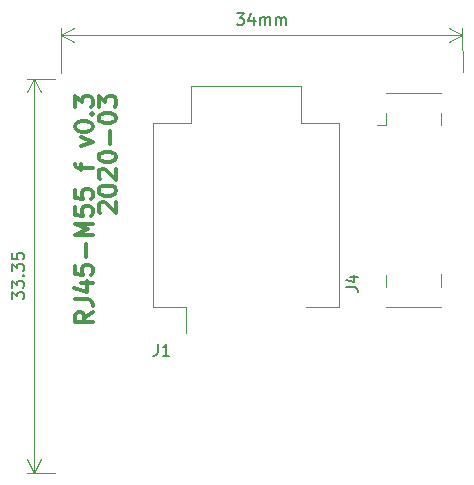
<source format=gbr>
G04 #@! TF.GenerationSoftware,KiCad,Pcbnew,5.1.5*
G04 #@! TF.CreationDate,2020-03-22T18:40:06-04:00*
G04 #@! TF.ProjectId,M55-RJ45,4d35352d-524a-4343-952e-6b696361645f,rev?*
G04 #@! TF.SameCoordinates,Original*
G04 #@! TF.FileFunction,Legend,Top*
G04 #@! TF.FilePolarity,Positive*
%FSLAX46Y46*%
G04 Gerber Fmt 4.6, Leading zero omitted, Abs format (unit mm)*
G04 Created by KiCad (PCBNEW 5.1.5) date 2020-03-22 18:40:06*
%MOMM*%
%LPD*%
G04 APERTURE LIST*
%ADD10C,0.150000*%
%ADD11C,0.120000*%
%ADD12C,0.300000*%
G04 APERTURE END LIST*
D10*
X35862380Y-136685000D02*
X35862380Y-136065952D01*
X36243333Y-136399285D01*
X36243333Y-136256428D01*
X36290952Y-136161190D01*
X36338571Y-136113571D01*
X36433809Y-136065952D01*
X36671904Y-136065952D01*
X36767142Y-136113571D01*
X36814761Y-136161190D01*
X36862380Y-136256428D01*
X36862380Y-136542142D01*
X36814761Y-136637380D01*
X36767142Y-136685000D01*
X35862380Y-135732619D02*
X35862380Y-135113571D01*
X36243333Y-135446904D01*
X36243333Y-135304047D01*
X36290952Y-135208809D01*
X36338571Y-135161190D01*
X36433809Y-135113571D01*
X36671904Y-135113571D01*
X36767142Y-135161190D01*
X36814761Y-135208809D01*
X36862380Y-135304047D01*
X36862380Y-135589761D01*
X36814761Y-135685000D01*
X36767142Y-135732619D01*
X36767142Y-134685000D02*
X36814761Y-134637380D01*
X36862380Y-134685000D01*
X36814761Y-134732619D01*
X36767142Y-134685000D01*
X36862380Y-134685000D01*
X35862380Y-134304047D02*
X35862380Y-133685000D01*
X36243333Y-134018333D01*
X36243333Y-133875476D01*
X36290952Y-133780238D01*
X36338571Y-133732619D01*
X36433809Y-133685000D01*
X36671904Y-133685000D01*
X36767142Y-133732619D01*
X36814761Y-133780238D01*
X36862380Y-133875476D01*
X36862380Y-134161190D01*
X36814761Y-134256428D01*
X36767142Y-134304047D01*
X35862380Y-132780238D02*
X35862380Y-133256428D01*
X36338571Y-133304047D01*
X36290952Y-133256428D01*
X36243333Y-133161190D01*
X36243333Y-132923095D01*
X36290952Y-132827857D01*
X36338571Y-132780238D01*
X36433809Y-132732619D01*
X36671904Y-132732619D01*
X36767142Y-132780238D01*
X36814761Y-132827857D01*
X36862380Y-132923095D01*
X36862380Y-133161190D01*
X36814761Y-133256428D01*
X36767142Y-133304047D01*
D11*
X37681461Y-151365663D02*
X37691621Y-117997683D01*
X39512240Y-151366220D02*
X37095040Y-151365484D01*
X39522400Y-117998240D02*
X37105200Y-117997504D01*
X37691621Y-117997683D02*
X38277699Y-119124365D01*
X37691621Y-117997683D02*
X37104857Y-119124008D01*
X37681461Y-151365663D02*
X38268225Y-150239338D01*
X37681461Y-151365663D02*
X37095383Y-150238981D01*
D10*
X54856190Y-112456121D02*
X55475237Y-112455041D01*
X55142569Y-112836574D01*
X55285426Y-112836325D01*
X55380747Y-112883778D01*
X55428449Y-112931314D01*
X55476234Y-113026469D01*
X55476649Y-113264563D01*
X55429197Y-113359884D01*
X55381661Y-113407587D01*
X55286506Y-113455372D01*
X55000792Y-113455870D01*
X54905471Y-113408418D01*
X54857769Y-113360882D01*
X56332960Y-112786878D02*
X56334123Y-113453543D01*
X56094200Y-112406341D02*
X55857352Y-113121042D01*
X56476399Y-113119961D01*
X56857932Y-113452629D02*
X56856769Y-112785963D01*
X56856935Y-112881201D02*
X56904471Y-112833499D01*
X56999626Y-112785714D01*
X57142482Y-112785465D01*
X57237803Y-112832918D01*
X57285589Y-112928072D01*
X57286503Y-113451881D01*
X57285589Y-112928072D02*
X57333041Y-112832751D01*
X57428196Y-112784966D01*
X57571053Y-112784717D01*
X57666374Y-112832170D01*
X57714159Y-112927324D01*
X57715074Y-113451133D01*
X58191263Y-113450302D02*
X58190100Y-112783636D01*
X58190266Y-112878874D02*
X58237802Y-112831172D01*
X58332957Y-112783387D01*
X58475814Y-112783138D01*
X58571135Y-112830590D01*
X58618920Y-112925745D01*
X58619834Y-113449554D01*
X58618920Y-112925745D02*
X58666373Y-112830424D01*
X58761528Y-112782639D01*
X58904385Y-112782390D01*
X58999706Y-112829842D01*
X59047491Y-112924997D01*
X59048405Y-113448806D01*
D11*
X39988024Y-114323211D02*
X73985924Y-114277491D01*
X39992300Y-117502940D02*
X39987235Y-113736791D01*
X73990200Y-117457220D02*
X73985135Y-113691071D01*
X73985924Y-114277491D02*
X72860210Y-114865426D01*
X73985924Y-114277491D02*
X72858633Y-113692586D01*
X39988024Y-114323211D02*
X41115315Y-114908116D01*
X39988024Y-114323211D02*
X41113738Y-113735276D01*
D12*
X43321428Y-129337857D02*
X43250000Y-129266428D01*
X43178571Y-129123571D01*
X43178571Y-128766428D01*
X43250000Y-128623571D01*
X43321428Y-128552142D01*
X43464285Y-128480714D01*
X43607142Y-128480714D01*
X43821428Y-128552142D01*
X44678571Y-129409285D01*
X44678571Y-128480714D01*
X43178571Y-127552142D02*
X43178571Y-127409285D01*
X43250000Y-127266428D01*
X43321428Y-127195000D01*
X43464285Y-127123571D01*
X43750000Y-127052142D01*
X44107142Y-127052142D01*
X44392857Y-127123571D01*
X44535714Y-127195000D01*
X44607142Y-127266428D01*
X44678571Y-127409285D01*
X44678571Y-127552142D01*
X44607142Y-127695000D01*
X44535714Y-127766428D01*
X44392857Y-127837857D01*
X44107142Y-127909285D01*
X43750000Y-127909285D01*
X43464285Y-127837857D01*
X43321428Y-127766428D01*
X43250000Y-127695000D01*
X43178571Y-127552142D01*
X43321428Y-126480714D02*
X43250000Y-126409285D01*
X43178571Y-126266428D01*
X43178571Y-125909285D01*
X43250000Y-125766428D01*
X43321428Y-125695000D01*
X43464285Y-125623571D01*
X43607142Y-125623571D01*
X43821428Y-125695000D01*
X44678571Y-126552142D01*
X44678571Y-125623571D01*
X43178571Y-124695000D02*
X43178571Y-124552142D01*
X43250000Y-124409285D01*
X43321428Y-124337857D01*
X43464285Y-124266428D01*
X43750000Y-124195000D01*
X44107142Y-124195000D01*
X44392857Y-124266428D01*
X44535714Y-124337857D01*
X44607142Y-124409285D01*
X44678571Y-124552142D01*
X44678571Y-124695000D01*
X44607142Y-124837857D01*
X44535714Y-124909285D01*
X44392857Y-124980714D01*
X44107142Y-125052142D01*
X43750000Y-125052142D01*
X43464285Y-124980714D01*
X43321428Y-124909285D01*
X43250000Y-124837857D01*
X43178571Y-124695000D01*
X44107142Y-123552142D02*
X44107142Y-122409285D01*
X43178571Y-121409285D02*
X43178571Y-121266428D01*
X43250000Y-121123571D01*
X43321428Y-121052142D01*
X43464285Y-120980714D01*
X43750000Y-120909285D01*
X44107142Y-120909285D01*
X44392857Y-120980714D01*
X44535714Y-121052142D01*
X44607142Y-121123571D01*
X44678571Y-121266428D01*
X44678571Y-121409285D01*
X44607142Y-121552142D01*
X44535714Y-121623571D01*
X44392857Y-121695000D01*
X44107142Y-121766428D01*
X43750000Y-121766428D01*
X43464285Y-121695000D01*
X43321428Y-121623571D01*
X43250000Y-121552142D01*
X43178571Y-121409285D01*
X43178571Y-120409285D02*
X43178571Y-119480714D01*
X43750000Y-119980714D01*
X43750000Y-119766428D01*
X43821428Y-119623571D01*
X43892857Y-119552142D01*
X44035714Y-119480714D01*
X44392857Y-119480714D01*
X44535714Y-119552142D01*
X44607142Y-119623571D01*
X44678571Y-119766428D01*
X44678571Y-120195000D01*
X44607142Y-120337857D01*
X44535714Y-120409285D01*
X42678571Y-137766428D02*
X41964285Y-138266428D01*
X42678571Y-138623571D02*
X41178571Y-138623571D01*
X41178571Y-138052142D01*
X41250000Y-137909285D01*
X41321428Y-137837857D01*
X41464285Y-137766428D01*
X41678571Y-137766428D01*
X41821428Y-137837857D01*
X41892857Y-137909285D01*
X41964285Y-138052142D01*
X41964285Y-138623571D01*
X41178571Y-136695000D02*
X42250000Y-136695000D01*
X42464285Y-136766428D01*
X42607142Y-136909285D01*
X42678571Y-137123571D01*
X42678571Y-137266428D01*
X41678571Y-135337857D02*
X42678571Y-135337857D01*
X41107142Y-135695000D02*
X42178571Y-136052142D01*
X42178571Y-135123571D01*
X41178571Y-133837857D02*
X41178571Y-134552142D01*
X41892857Y-134623571D01*
X41821428Y-134552142D01*
X41750000Y-134409285D01*
X41750000Y-134052142D01*
X41821428Y-133909285D01*
X41892857Y-133837857D01*
X42035714Y-133766428D01*
X42392857Y-133766428D01*
X42535714Y-133837857D01*
X42607142Y-133909285D01*
X42678571Y-134052142D01*
X42678571Y-134409285D01*
X42607142Y-134552142D01*
X42535714Y-134623571D01*
X42107142Y-133123571D02*
X42107142Y-131980714D01*
X42678571Y-131266428D02*
X41178571Y-131266428D01*
X42250000Y-130766428D01*
X41178571Y-130266428D01*
X42678571Y-130266428D01*
X41178571Y-128837857D02*
X41178571Y-129552142D01*
X41892857Y-129623571D01*
X41821428Y-129552142D01*
X41750000Y-129409285D01*
X41750000Y-129052142D01*
X41821428Y-128909285D01*
X41892857Y-128837857D01*
X42035714Y-128766428D01*
X42392857Y-128766428D01*
X42535714Y-128837857D01*
X42607142Y-128909285D01*
X42678571Y-129052142D01*
X42678571Y-129409285D01*
X42607142Y-129552142D01*
X42535714Y-129623571D01*
X41178571Y-127409285D02*
X41178571Y-128123571D01*
X41892857Y-128195000D01*
X41821428Y-128123571D01*
X41750000Y-127980714D01*
X41750000Y-127623571D01*
X41821428Y-127480714D01*
X41892857Y-127409285D01*
X42035714Y-127337857D01*
X42392857Y-127337857D01*
X42535714Y-127409285D01*
X42607142Y-127480714D01*
X42678571Y-127623571D01*
X42678571Y-127980714D01*
X42607142Y-128123571D01*
X42535714Y-128195000D01*
X41678571Y-125766428D02*
X41678571Y-125195000D01*
X42678571Y-125552142D02*
X41392857Y-125552142D01*
X41250000Y-125480714D01*
X41178571Y-125337857D01*
X41178571Y-125195000D01*
X41678571Y-123695000D02*
X42678571Y-123337857D01*
X41678571Y-122980714D01*
X41178571Y-122123571D02*
X41178571Y-121980714D01*
X41250000Y-121837857D01*
X41321428Y-121766428D01*
X41464285Y-121695000D01*
X41750000Y-121623571D01*
X42107142Y-121623571D01*
X42392857Y-121695000D01*
X42535714Y-121766428D01*
X42607142Y-121837857D01*
X42678571Y-121980714D01*
X42678571Y-122123571D01*
X42607142Y-122266428D01*
X42535714Y-122337857D01*
X42392857Y-122409285D01*
X42107142Y-122480714D01*
X41750000Y-122480714D01*
X41464285Y-122409285D01*
X41321428Y-122337857D01*
X41250000Y-122266428D01*
X41178571Y-122123571D01*
X42535714Y-120980714D02*
X42607142Y-120909285D01*
X42678571Y-120980714D01*
X42607142Y-121052142D01*
X42535714Y-120980714D01*
X42678571Y-120980714D01*
X41178571Y-120409285D02*
X41178571Y-119480714D01*
X41750000Y-119980714D01*
X41750000Y-119766428D01*
X41821428Y-119623571D01*
X41892857Y-119552142D01*
X42035714Y-119480714D01*
X42392857Y-119480714D01*
X42535714Y-119552142D01*
X42607142Y-119623571D01*
X42678571Y-119766428D01*
X42678571Y-120195000D01*
X42607142Y-120337857D01*
X42535714Y-120409285D01*
D11*
X50612820Y-137300620D02*
X50612820Y-139560620D01*
X47817820Y-137300620D02*
X50612820Y-137300620D01*
X47817820Y-137300620D02*
X47817820Y-121740620D01*
X47817820Y-121740620D02*
X51037820Y-121740620D01*
X51037820Y-121740620D02*
X51037820Y-118640620D01*
X51037820Y-118640620D02*
X60317820Y-118640620D01*
X60317820Y-118640620D02*
X60317820Y-121740620D01*
X60317820Y-121740620D02*
X63537820Y-121740620D01*
X63537820Y-121740620D02*
X63537820Y-137300620D01*
X63537820Y-137300620D02*
X60757820Y-137300620D01*
X67530000Y-135660000D02*
X67530000Y-134605000D01*
X67530000Y-137300000D02*
X72170000Y-137300000D01*
X67530000Y-121935000D02*
X66710000Y-121935000D01*
X72170000Y-135636000D02*
X72170000Y-134581000D01*
X72170000Y-119240000D02*
X67530000Y-119240000D01*
X67530000Y-120904000D02*
X67530000Y-121959000D01*
X72170000Y-120880000D02*
X72170000Y-121935000D01*
D10*
X48166666Y-140452380D02*
X48166666Y-141166666D01*
X48119047Y-141309523D01*
X48023809Y-141404761D01*
X47880952Y-141452380D01*
X47785714Y-141452380D01*
X49166666Y-141452380D02*
X48595238Y-141452380D01*
X48880952Y-141452380D02*
X48880952Y-140452380D01*
X48785714Y-140595238D01*
X48690476Y-140690476D01*
X48595238Y-140738095D01*
X64130940Y-135677233D02*
X64845226Y-135677233D01*
X64988083Y-135724852D01*
X65083321Y-135820090D01*
X65130940Y-135962947D01*
X65130940Y-136058185D01*
X64464274Y-134772471D02*
X65130940Y-134772471D01*
X64083321Y-135010566D02*
X64797607Y-135248661D01*
X64797607Y-134629614D01*
M02*

</source>
